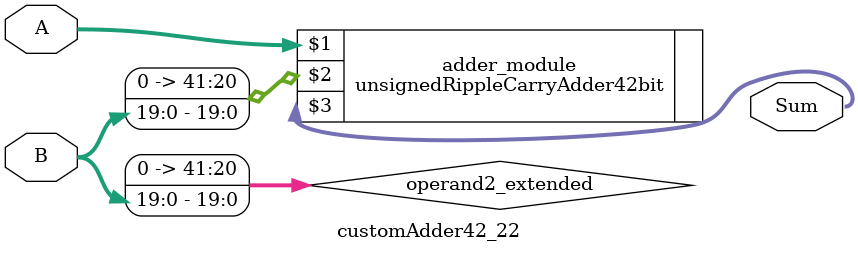
<source format=v>
module customAdder42_22(
                        input [41 : 0] A,
                        input [19 : 0] B,
                        
                        output [42 : 0] Sum
                );

        wire [41 : 0] operand2_extended;
        
        assign operand2_extended =  {22'b0, B};
        
        unsignedRippleCarryAdder42bit adder_module(
            A,
            operand2_extended,
            Sum
        );
        
        endmodule
        
</source>
